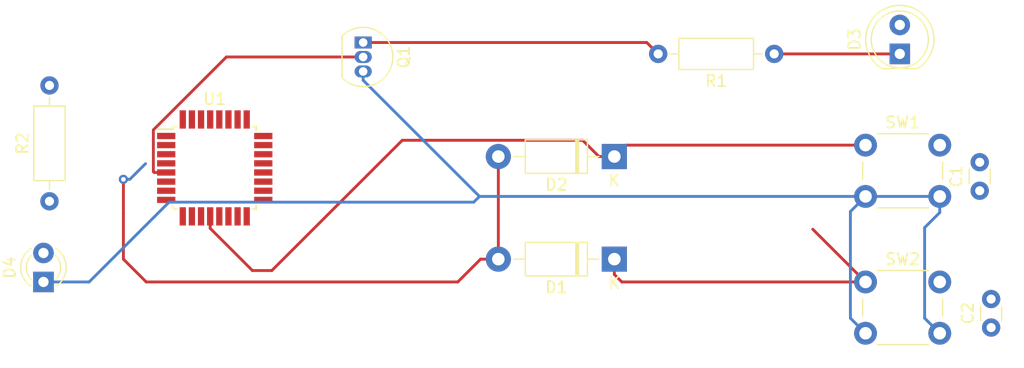
<source format=kicad_pcb>
(kicad_pcb (version 20171130) (host pcbnew "(5.0.0)")

  (general
    (thickness 1.6)
    (drawings 0)
    (tracks 49)
    (zones 0)
    (modules 12)
    (nets 29)
  )

  (page A4)
  (layers
    (0 F.Cu signal)
    (31 B.Cu signal)
    (32 B.Adhes user)
    (33 F.Adhes user)
    (34 B.Paste user)
    (35 F.Paste user)
    (36 B.SilkS user)
    (37 F.SilkS user)
    (38 B.Mask user)
    (39 F.Mask user)
    (40 Dwgs.User user)
    (41 Cmts.User user)
    (42 Eco1.User user)
    (43 Eco2.User user)
    (44 Edge.Cuts user)
    (45 Margin user)
    (46 B.CrtYd user)
    (47 F.CrtYd user)
    (48 B.Fab user)
    (49 F.Fab user)
  )

  (setup
    (last_trace_width 0.25)
    (trace_clearance 0.2)
    (zone_clearance 0.508)
    (zone_45_only no)
    (trace_min 0.2)
    (segment_width 0.2)
    (edge_width 0.15)
    (via_size 0.8)
    (via_drill 0.4)
    (via_min_size 0.4)
    (via_min_drill 0.3)
    (uvia_size 0.3)
    (uvia_drill 0.1)
    (uvias_allowed no)
    (uvia_min_size 0.2)
    (uvia_min_drill 0.1)
    (pcb_text_width 0.3)
    (pcb_text_size 1.5 1.5)
    (mod_edge_width 0.15)
    (mod_text_size 1 1)
    (mod_text_width 0.15)
    (pad_size 1.524 1.524)
    (pad_drill 0.762)
    (pad_to_mask_clearance 0.2)
    (aux_axis_origin 0 0)
    (visible_elements FFFFFF7F)
    (pcbplotparams
      (layerselection 0x010fc_ffffffff)
      (usegerberextensions false)
      (usegerberattributes false)
      (usegerberadvancedattributes false)
      (creategerberjobfile false)
      (excludeedgelayer true)
      (linewidth 0.100000)
      (plotframeref false)
      (viasonmask false)
      (mode 1)
      (useauxorigin false)
      (hpglpennumber 1)
      (hpglpenspeed 20)
      (hpglpendiameter 15.000000)
      (psnegative false)
      (psa4output false)
      (plotreference true)
      (plotvalue true)
      (plotinvisibletext false)
      (padsonsilk false)
      (subtractmaskfromsilk false)
      (outputformat 1)
      (mirror false)
      (drillshape 1)
      (scaleselection 1)
      (outputdirectory ""))
  )

  (net 0 "")
  (net 1 "Net-(D3-Pad1)")
  (net 2 "Net-(Q1-Pad1)")
  (net 3 "Net-(Q1-Pad2)")
  (net 4 GND)
  (net 5 "Net-(U1-Pad1)")
  (net 6 "Net-(U1-Pad2)")
  (net 7 "Net-(U1-Pad3)")
  (net 8 "Net-(D1-Pad2)")
  (net 9 "Net-(U1-Pad6)")
  (net 10 "Net-(U1-Pad9)")
  (net 11 "Net-(U1-Pad10)")
  (net 12 "Net-(C2-Pad2)")
  (net 13 "Net-(C1-Pad2)")
  (net 14 "Net-(U1-Pad13)")
  (net 15 "Net-(U1-Pad14)")
  (net 16 "Net-(U1-Pad15)")
  (net 17 "Net-(U1-Pad16)")
  (net 18 "Net-(U1-Pad17)")
  (net 19 "Net-(U1-Pad18)")
  (net 20 "Net-(U1-Pad23)")
  (net 21 "Net-(U1-Pad24)")
  (net 22 "Net-(U1-Pad25)")
  (net 23 "Net-(U1-Pad26)")
  (net 24 "Net-(U1-Pad27)")
  (net 25 "Net-(U1-Pad28)")
  (net 26 VCC)
  (net 27 "Net-(R2-Pad2)")
  (net 28 "Net-(D4-Pad2)")

  (net_class Default "Ceci est la Netclass par défaut."
    (clearance 0.2)
    (trace_width 0.25)
    (via_dia 0.8)
    (via_drill 0.4)
    (uvia_dia 0.3)
    (uvia_drill 0.1)
    (add_net GND)
    (add_net "Net-(C1-Pad2)")
    (add_net "Net-(C2-Pad2)")
    (add_net "Net-(D1-Pad2)")
    (add_net "Net-(D3-Pad1)")
    (add_net "Net-(D4-Pad2)")
    (add_net "Net-(Q1-Pad1)")
    (add_net "Net-(Q1-Pad2)")
    (add_net "Net-(R2-Pad2)")
    (add_net "Net-(U1-Pad1)")
    (add_net "Net-(U1-Pad10)")
    (add_net "Net-(U1-Pad13)")
    (add_net "Net-(U1-Pad14)")
    (add_net "Net-(U1-Pad15)")
    (add_net "Net-(U1-Pad16)")
    (add_net "Net-(U1-Pad17)")
    (add_net "Net-(U1-Pad18)")
    (add_net "Net-(U1-Pad2)")
    (add_net "Net-(U1-Pad23)")
    (add_net "Net-(U1-Pad24)")
    (add_net "Net-(U1-Pad25)")
    (add_net "Net-(U1-Pad26)")
    (add_net "Net-(U1-Pad27)")
    (add_net "Net-(U1-Pad28)")
    (add_net "Net-(U1-Pad3)")
    (add_net "Net-(U1-Pad6)")
    (add_net "Net-(U1-Pad9)")
    (add_net VCC)
  )

  (module LED_THT:LED_D3.0mm (layer F.Cu) (tedit 587A3A7B) (tstamp 5C14E1FB)
    (at 98 66 90)
    (descr "LED, diameter 3.0mm, 2 pins")
    (tags "LED diameter 3.0mm 2 pins")
    (path /5C087CCF)
    (fp_text reference D4 (at 1.27 -2.96 90) (layer F.SilkS)
      (effects (font (size 1 1) (thickness 0.15)))
    )
    (fp_text value LED (at 1.27 2.96 90) (layer F.Fab)
      (effects (font (size 1 1) (thickness 0.15)))
    )
    (fp_arc (start 1.27 0) (end -0.23 -1.16619) (angle 284.3) (layer F.Fab) (width 0.1))
    (fp_arc (start 1.27 0) (end -0.29 -1.235516) (angle 108.8) (layer F.SilkS) (width 0.12))
    (fp_arc (start 1.27 0) (end -0.29 1.235516) (angle -108.8) (layer F.SilkS) (width 0.12))
    (fp_arc (start 1.27 0) (end 0.229039 -1.08) (angle 87.9) (layer F.SilkS) (width 0.12))
    (fp_arc (start 1.27 0) (end 0.229039 1.08) (angle -87.9) (layer F.SilkS) (width 0.12))
    (fp_circle (center 1.27 0) (end 2.77 0) (layer F.Fab) (width 0.1))
    (fp_line (start -0.23 -1.16619) (end -0.23 1.16619) (layer F.Fab) (width 0.1))
    (fp_line (start -0.29 -1.236) (end -0.29 -1.08) (layer F.SilkS) (width 0.12))
    (fp_line (start -0.29 1.08) (end -0.29 1.236) (layer F.SilkS) (width 0.12))
    (fp_line (start -1.15 -2.25) (end -1.15 2.25) (layer F.CrtYd) (width 0.05))
    (fp_line (start -1.15 2.25) (end 3.7 2.25) (layer F.CrtYd) (width 0.05))
    (fp_line (start 3.7 2.25) (end 3.7 -2.25) (layer F.CrtYd) (width 0.05))
    (fp_line (start 3.7 -2.25) (end -1.15 -2.25) (layer F.CrtYd) (width 0.05))
    (pad 1 thru_hole rect (at 0 0 90) (size 1.8 1.8) (drill 0.9) (layers *.Cu *.Mask)
      (net 4 GND))
    (pad 2 thru_hole circle (at 2.54 0 90) (size 1.8 1.8) (drill 0.9) (layers *.Cu *.Mask)
      (net 28 "Net-(D4-Pad2)"))
    (model ${KISYS3DMOD}/LED_THT.3dshapes/LED_D3.0mm.wrl
      (at (xyz 0 0 0))
      (scale (xyz 1 1 1))
      (rotate (xyz 0 0 0))
    )
  )

  (module Resistor_THT:R_Axial_DIN0207_L6.3mm_D2.5mm_P10.16mm_Horizontal (layer F.Cu) (tedit 5AE5139B) (tstamp 5C14E138)
    (at 98.525001 58.924999 90)
    (descr "Resistor, Axial_DIN0207 series, Axial, Horizontal, pin pitch=10.16mm, 0.25W = 1/4W, length*diameter=6.3*2.5mm^2, http://cdn-reichelt.de/documents/datenblatt/B400/1_4W%23YAG.pdf")
    (tags "Resistor Axial_DIN0207 series Axial Horizontal pin pitch 10.16mm 0.25W = 1/4W length 6.3mm diameter 2.5mm")
    (path /5C087E36)
    (fp_text reference R2 (at 5.08 -2.37 90) (layer F.SilkS)
      (effects (font (size 1 1) (thickness 0.15)))
    )
    (fp_text value R (at 5.08 2.37 90) (layer F.Fab)
      (effects (font (size 1 1) (thickness 0.15)))
    )
    (fp_line (start 1.93 -1.25) (end 1.93 1.25) (layer F.Fab) (width 0.1))
    (fp_line (start 1.93 1.25) (end 8.23 1.25) (layer F.Fab) (width 0.1))
    (fp_line (start 8.23 1.25) (end 8.23 -1.25) (layer F.Fab) (width 0.1))
    (fp_line (start 8.23 -1.25) (end 1.93 -1.25) (layer F.Fab) (width 0.1))
    (fp_line (start 0 0) (end 1.93 0) (layer F.Fab) (width 0.1))
    (fp_line (start 10.16 0) (end 8.23 0) (layer F.Fab) (width 0.1))
    (fp_line (start 1.81 -1.37) (end 1.81 1.37) (layer F.SilkS) (width 0.12))
    (fp_line (start 1.81 1.37) (end 8.35 1.37) (layer F.SilkS) (width 0.12))
    (fp_line (start 8.35 1.37) (end 8.35 -1.37) (layer F.SilkS) (width 0.12))
    (fp_line (start 8.35 -1.37) (end 1.81 -1.37) (layer F.SilkS) (width 0.12))
    (fp_line (start 1.04 0) (end 1.81 0) (layer F.SilkS) (width 0.12))
    (fp_line (start 9.12 0) (end 8.35 0) (layer F.SilkS) (width 0.12))
    (fp_line (start -1.05 -1.5) (end -1.05 1.5) (layer F.CrtYd) (width 0.05))
    (fp_line (start -1.05 1.5) (end 11.21 1.5) (layer F.CrtYd) (width 0.05))
    (fp_line (start 11.21 1.5) (end 11.21 -1.5) (layer F.CrtYd) (width 0.05))
    (fp_line (start 11.21 -1.5) (end -1.05 -1.5) (layer F.CrtYd) (width 0.05))
    (fp_text user %R (at 5.08 0 90) (layer F.Fab)
      (effects (font (size 1 1) (thickness 0.15)))
    )
    (pad 1 thru_hole circle (at 0 0 90) (size 1.6 1.6) (drill 0.8) (layers *.Cu *.Mask)
      (net 28 "Net-(D4-Pad2)"))
    (pad 2 thru_hole oval (at 10.16 0 90) (size 1.6 1.6) (drill 0.8) (layers *.Cu *.Mask)
      (net 27 "Net-(R2-Pad2)"))
    (model ${KISYS3DMOD}/Resistor_THT.3dshapes/R_Axial_DIN0207_L6.3mm_D2.5mm_P10.16mm_Horizontal.wrl
      (at (xyz 0 0 0))
      (scale (xyz 1 1 1))
      (rotate (xyz 0 0 0))
    )
  )

  (module Resistor_THT:R_Axial_DIN0207_L6.3mm_D2.5mm_P10.16mm_Horizontal (layer F.Cu) (tedit 5AE5139B) (tstamp 5C14C596)
    (at 162 46 180)
    (descr "Resistor, Axial_DIN0207 series, Axial, Horizontal, pin pitch=10.16mm, 0.25W = 1/4W, length*diameter=6.3*2.5mm^2, http://cdn-reichelt.de/documents/datenblatt/B400/1_4W%23YAG.pdf")
    (tags "Resistor Axial_DIN0207 series Axial Horizontal pin pitch 10.16mm 0.25W = 1/4W length 6.3mm diameter 2.5mm")
    (path /5C084A84)
    (fp_text reference R1 (at 5.08 -2.37 180) (layer F.SilkS)
      (effects (font (size 1 1) (thickness 0.15)))
    )
    (fp_text value R (at 5.08 2.37 180) (layer F.Fab)
      (effects (font (size 1 1) (thickness 0.15)))
    )
    (fp_line (start 1.93 -1.25) (end 1.93 1.25) (layer F.Fab) (width 0.1))
    (fp_line (start 1.93 1.25) (end 8.23 1.25) (layer F.Fab) (width 0.1))
    (fp_line (start 8.23 1.25) (end 8.23 -1.25) (layer F.Fab) (width 0.1))
    (fp_line (start 8.23 -1.25) (end 1.93 -1.25) (layer F.Fab) (width 0.1))
    (fp_line (start 0 0) (end 1.93 0) (layer F.Fab) (width 0.1))
    (fp_line (start 10.16 0) (end 8.23 0) (layer F.Fab) (width 0.1))
    (fp_line (start 1.81 -1.37) (end 1.81 1.37) (layer F.SilkS) (width 0.12))
    (fp_line (start 1.81 1.37) (end 8.35 1.37) (layer F.SilkS) (width 0.12))
    (fp_line (start 8.35 1.37) (end 8.35 -1.37) (layer F.SilkS) (width 0.12))
    (fp_line (start 8.35 -1.37) (end 1.81 -1.37) (layer F.SilkS) (width 0.12))
    (fp_line (start 1.04 0) (end 1.81 0) (layer F.SilkS) (width 0.12))
    (fp_line (start 9.12 0) (end 8.35 0) (layer F.SilkS) (width 0.12))
    (fp_line (start -1.05 -1.5) (end -1.05 1.5) (layer F.CrtYd) (width 0.05))
    (fp_line (start -1.05 1.5) (end 11.21 1.5) (layer F.CrtYd) (width 0.05))
    (fp_line (start 11.21 1.5) (end 11.21 -1.5) (layer F.CrtYd) (width 0.05))
    (fp_line (start 11.21 -1.5) (end -1.05 -1.5) (layer F.CrtYd) (width 0.05))
    (fp_text user %R (at 5.08 0 180) (layer F.Fab)
      (effects (font (size 1 1) (thickness 0.15)))
    )
    (pad 1 thru_hole circle (at 0 0 180) (size 1.6 1.6) (drill 0.8) (layers *.Cu *.Mask)
      (net 1 "Net-(D3-Pad1)"))
    (pad 2 thru_hole oval (at 10.16 0 180) (size 1.6 1.6) (drill 0.8) (layers *.Cu *.Mask)
      (net 2 "Net-(Q1-Pad1)"))
    (model ${KISYS3DMOD}/Resistor_THT.3dshapes/R_Axial_DIN0207_L6.3mm_D2.5mm_P10.16mm_Horizontal.wrl
      (at (xyz 0 0 0))
      (scale (xyz 1 1 1))
      (rotate (xyz 0 0 0))
    )
  )

  (module Button_Switch_THT:SW_PUSH_6mm_H4.3mm (layer F.Cu) (tedit 5A02FE31) (tstamp 5C14A900)
    (at 170 66)
    (descr "tactile push button, 6x6mm e.g. PHAP33xx series, height=4.3mm")
    (tags "tact sw push 6mm")
    (path /5C08438E)
    (fp_text reference SW2 (at 3.25 -2) (layer F.SilkS)
      (effects (font (size 1 1) (thickness 0.15)))
    )
    (fp_text value SW_Push (at 3.75 6.7) (layer F.Fab)
      (effects (font (size 1 1) (thickness 0.15)))
    )
    (fp_circle (center 3.25 2.25) (end 1.25 2.5) (layer F.Fab) (width 0.1))
    (fp_line (start 6.75 3) (end 6.75 1.5) (layer F.SilkS) (width 0.12))
    (fp_line (start 5.5 -1) (end 1 -1) (layer F.SilkS) (width 0.12))
    (fp_line (start -0.25 1.5) (end -0.25 3) (layer F.SilkS) (width 0.12))
    (fp_line (start 1 5.5) (end 5.5 5.5) (layer F.SilkS) (width 0.12))
    (fp_line (start 8 -1.25) (end 8 5.75) (layer F.CrtYd) (width 0.05))
    (fp_line (start 7.75 6) (end -1.25 6) (layer F.CrtYd) (width 0.05))
    (fp_line (start -1.5 5.75) (end -1.5 -1.25) (layer F.CrtYd) (width 0.05))
    (fp_line (start -1.25 -1.5) (end 7.75 -1.5) (layer F.CrtYd) (width 0.05))
    (fp_line (start -1.5 6) (end -1.25 6) (layer F.CrtYd) (width 0.05))
    (fp_line (start -1.5 5.75) (end -1.5 6) (layer F.CrtYd) (width 0.05))
    (fp_line (start -1.5 -1.5) (end -1.25 -1.5) (layer F.CrtYd) (width 0.05))
    (fp_line (start -1.5 -1.25) (end -1.5 -1.5) (layer F.CrtYd) (width 0.05))
    (fp_line (start 8 -1.5) (end 8 -1.25) (layer F.CrtYd) (width 0.05))
    (fp_line (start 7.75 -1.5) (end 8 -1.5) (layer F.CrtYd) (width 0.05))
    (fp_line (start 8 6) (end 8 5.75) (layer F.CrtYd) (width 0.05))
    (fp_line (start 7.75 6) (end 8 6) (layer F.CrtYd) (width 0.05))
    (fp_line (start 0.25 -0.75) (end 3.25 -0.75) (layer F.Fab) (width 0.1))
    (fp_line (start 0.25 5.25) (end 0.25 -0.75) (layer F.Fab) (width 0.1))
    (fp_line (start 6.25 5.25) (end 0.25 5.25) (layer F.Fab) (width 0.1))
    (fp_line (start 6.25 -0.75) (end 6.25 5.25) (layer F.Fab) (width 0.1))
    (fp_line (start 3.25 -0.75) (end 6.25 -0.75) (layer F.Fab) (width 0.1))
    (fp_text user %R (at 3.25 2.25) (layer F.Fab)
      (effects (font (size 1 1) (thickness 0.15)))
    )
    (pad 1 thru_hole circle (at 6.5 0 90) (size 2 2) (drill 1.1) (layers *.Cu *.Mask)
      (net 12 "Net-(C2-Pad2)"))
    (pad 2 thru_hole circle (at 6.5 4.5 90) (size 2 2) (drill 1.1) (layers *.Cu *.Mask)
      (net 4 GND))
    (pad 1 thru_hole circle (at 0 0 90) (size 2 2) (drill 1.1) (layers *.Cu *.Mask)
      (net 12 "Net-(C2-Pad2)"))
    (pad 2 thru_hole circle (at 0 4.5 90) (size 2 2) (drill 1.1) (layers *.Cu *.Mask)
      (net 4 GND))
    (model ${KISYS3DMOD}/Button_Switch_THT.3dshapes/SW_PUSH_6mm_H4.3mm.wrl
      (at (xyz 0 0 0))
      (scale (xyz 1 1 1))
      (rotate (xyz 0 0 0))
    )
  )

  (module Button_Switch_THT:SW_PUSH_6mm_H4.3mm (layer F.Cu) (tedit 5A02FE31) (tstamp 5C14A8E1)
    (at 170 54)
    (descr "tactile push button, 6x6mm e.g. PHAP33xx series, height=4.3mm")
    (tags "tact sw push 6mm")
    (path /5C0842BE)
    (fp_text reference SW1 (at 3.25 -2) (layer F.SilkS)
      (effects (font (size 1 1) (thickness 0.15)))
    )
    (fp_text value SW_Push (at 3.75 6.7) (layer F.Fab)
      (effects (font (size 1 1) (thickness 0.15)))
    )
    (fp_text user %R (at 3.25 2.25) (layer F.Fab)
      (effects (font (size 1 1) (thickness 0.15)))
    )
    (fp_line (start 3.25 -0.75) (end 6.25 -0.75) (layer F.Fab) (width 0.1))
    (fp_line (start 6.25 -0.75) (end 6.25 5.25) (layer F.Fab) (width 0.1))
    (fp_line (start 6.25 5.25) (end 0.25 5.25) (layer F.Fab) (width 0.1))
    (fp_line (start 0.25 5.25) (end 0.25 -0.75) (layer F.Fab) (width 0.1))
    (fp_line (start 0.25 -0.75) (end 3.25 -0.75) (layer F.Fab) (width 0.1))
    (fp_line (start 7.75 6) (end 8 6) (layer F.CrtYd) (width 0.05))
    (fp_line (start 8 6) (end 8 5.75) (layer F.CrtYd) (width 0.05))
    (fp_line (start 7.75 -1.5) (end 8 -1.5) (layer F.CrtYd) (width 0.05))
    (fp_line (start 8 -1.5) (end 8 -1.25) (layer F.CrtYd) (width 0.05))
    (fp_line (start -1.5 -1.25) (end -1.5 -1.5) (layer F.CrtYd) (width 0.05))
    (fp_line (start -1.5 -1.5) (end -1.25 -1.5) (layer F.CrtYd) (width 0.05))
    (fp_line (start -1.5 5.75) (end -1.5 6) (layer F.CrtYd) (width 0.05))
    (fp_line (start -1.5 6) (end -1.25 6) (layer F.CrtYd) (width 0.05))
    (fp_line (start -1.25 -1.5) (end 7.75 -1.5) (layer F.CrtYd) (width 0.05))
    (fp_line (start -1.5 5.75) (end -1.5 -1.25) (layer F.CrtYd) (width 0.05))
    (fp_line (start 7.75 6) (end -1.25 6) (layer F.CrtYd) (width 0.05))
    (fp_line (start 8 -1.25) (end 8 5.75) (layer F.CrtYd) (width 0.05))
    (fp_line (start 1 5.5) (end 5.5 5.5) (layer F.SilkS) (width 0.12))
    (fp_line (start -0.25 1.5) (end -0.25 3) (layer F.SilkS) (width 0.12))
    (fp_line (start 5.5 -1) (end 1 -1) (layer F.SilkS) (width 0.12))
    (fp_line (start 6.75 3) (end 6.75 1.5) (layer F.SilkS) (width 0.12))
    (fp_circle (center 3.25 2.25) (end 1.25 2.5) (layer F.Fab) (width 0.1))
    (pad 2 thru_hole circle (at 0 4.5 90) (size 2 2) (drill 1.1) (layers *.Cu *.Mask)
      (net 4 GND))
    (pad 1 thru_hole circle (at 0 0 90) (size 2 2) (drill 1.1) (layers *.Cu *.Mask)
      (net 13 "Net-(C1-Pad2)"))
    (pad 2 thru_hole circle (at 6.5 4.5 90) (size 2 2) (drill 1.1) (layers *.Cu *.Mask)
      (net 4 GND))
    (pad 1 thru_hole circle (at 6.5 0 90) (size 2 2) (drill 1.1) (layers *.Cu *.Mask)
      (net 13 "Net-(C1-Pad2)"))
    (model ${KISYS3DMOD}/Button_Switch_THT.3dshapes/SW_PUSH_6mm_H4.3mm.wrl
      (at (xyz 0 0 0))
      (scale (xyz 1 1 1))
      (rotate (xyz 0 0 0))
    )
  )

  (module Capacitor_THT:C_Disc_D3.0mm_W1.6mm_P2.50mm (layer F.Cu) (tedit 5AE50EF0) (tstamp 5C14A8C2)
    (at 181 70 90)
    (descr "C, Disc series, Radial, pin pitch=2.50mm, , diameter*width=3.0*1.6mm^2, Capacitor, http://www.vishay.com/docs/45233/krseries.pdf")
    (tags "C Disc series Radial pin pitch 2.50mm  diameter 3.0mm width 1.6mm Capacitor")
    (path /5C084CB9)
    (fp_text reference C2 (at 1.25 -2.05 90) (layer F.SilkS)
      (effects (font (size 1 1) (thickness 0.15)))
    )
    (fp_text value C (at 1.25 2.05 90) (layer F.Fab)
      (effects (font (size 1 1) (thickness 0.15)))
    )
    (fp_text user %R (at 1.25 0 90) (layer F.Fab)
      (effects (font (size 0.6 0.6) (thickness 0.09)))
    )
    (fp_line (start 3.55 -1.05) (end -1.05 -1.05) (layer F.CrtYd) (width 0.05))
    (fp_line (start 3.55 1.05) (end 3.55 -1.05) (layer F.CrtYd) (width 0.05))
    (fp_line (start -1.05 1.05) (end 3.55 1.05) (layer F.CrtYd) (width 0.05))
    (fp_line (start -1.05 -1.05) (end -1.05 1.05) (layer F.CrtYd) (width 0.05))
    (fp_line (start 0.621 0.92) (end 1.879 0.92) (layer F.SilkS) (width 0.12))
    (fp_line (start 0.621 -0.92) (end 1.879 -0.92) (layer F.SilkS) (width 0.12))
    (fp_line (start 2.75 -0.8) (end -0.25 -0.8) (layer F.Fab) (width 0.1))
    (fp_line (start 2.75 0.8) (end 2.75 -0.8) (layer F.Fab) (width 0.1))
    (fp_line (start -0.25 0.8) (end 2.75 0.8) (layer F.Fab) (width 0.1))
    (fp_line (start -0.25 -0.8) (end -0.25 0.8) (layer F.Fab) (width 0.1))
    (pad 2 thru_hole circle (at 2.5 0 90) (size 1.6 1.6) (drill 0.8) (layers *.Cu *.Mask)
      (net 12 "Net-(C2-Pad2)"))
    (pad 1 thru_hole circle (at 0 0 90) (size 1.6 1.6) (drill 0.8) (layers *.Cu *.Mask)
      (net 4 GND))
    (model ${KISYS3DMOD}/Capacitor_THT.3dshapes/C_Disc_D3.0mm_W1.6mm_P2.50mm.wrl
      (at (xyz 0 0 0))
      (scale (xyz 1 1 1))
      (rotate (xyz 0 0 0))
    )
  )

  (module Capacitor_THT:C_Disc_D3.0mm_W1.6mm_P2.50mm (layer F.Cu) (tedit 5AE50EF0) (tstamp 5C14A8B1)
    (at 180 58 90)
    (descr "C, Disc series, Radial, pin pitch=2.50mm, , diameter*width=3.0*1.6mm^2, Capacitor, http://www.vishay.com/docs/45233/krseries.pdf")
    (tags "C Disc series Radial pin pitch 2.50mm  diameter 3.0mm width 1.6mm Capacitor")
    (path /5C084DF9)
    (fp_text reference C1 (at 1.25 -2.05 90) (layer F.SilkS)
      (effects (font (size 1 1) (thickness 0.15)))
    )
    (fp_text value C (at 1.25 2.05 90) (layer F.Fab)
      (effects (font (size 1 1) (thickness 0.15)))
    )
    (fp_line (start -0.25 -0.8) (end -0.25 0.8) (layer F.Fab) (width 0.1))
    (fp_line (start -0.25 0.8) (end 2.75 0.8) (layer F.Fab) (width 0.1))
    (fp_line (start 2.75 0.8) (end 2.75 -0.8) (layer F.Fab) (width 0.1))
    (fp_line (start 2.75 -0.8) (end -0.25 -0.8) (layer F.Fab) (width 0.1))
    (fp_line (start 0.621 -0.92) (end 1.879 -0.92) (layer F.SilkS) (width 0.12))
    (fp_line (start 0.621 0.92) (end 1.879 0.92) (layer F.SilkS) (width 0.12))
    (fp_line (start -1.05 -1.05) (end -1.05 1.05) (layer F.CrtYd) (width 0.05))
    (fp_line (start -1.05 1.05) (end 3.55 1.05) (layer F.CrtYd) (width 0.05))
    (fp_line (start 3.55 1.05) (end 3.55 -1.05) (layer F.CrtYd) (width 0.05))
    (fp_line (start 3.55 -1.05) (end -1.05 -1.05) (layer F.CrtYd) (width 0.05))
    (fp_text user %R (at 1.25 0 90) (layer F.Fab)
      (effects (font (size 0.6 0.6) (thickness 0.09)))
    )
    (pad 1 thru_hole circle (at 0 0 90) (size 1.6 1.6) (drill 0.8) (layers *.Cu *.Mask)
      (net 4 GND))
    (pad 2 thru_hole circle (at 2.5 0 90) (size 1.6 1.6) (drill 0.8) (layers *.Cu *.Mask)
      (net 13 "Net-(C1-Pad2)"))
    (model ${KISYS3DMOD}/Capacitor_THT.3dshapes/C_Disc_D3.0mm_W1.6mm_P2.50mm.wrl
      (at (xyz 0 0 0))
      (scale (xyz 1 1 1))
      (rotate (xyz 0 0 0))
    )
  )

  (module Diode_THT:D_DO-41_SOD81_P10.16mm_Horizontal (layer F.Cu) (tedit 5AE50CD5) (tstamp 5C14A8A0)
    (at 148 55 180)
    (descr "Diode, DO-41_SOD81 series, Axial, Horizontal, pin pitch=10.16mm, , length*diameter=5.2*2.7mm^2, , http://www.diodes.com/_files/packages/DO-41%20(Plastic).pdf")
    (tags "Diode DO-41_SOD81 series Axial Horizontal pin pitch 10.16mm  length 5.2mm diameter 2.7mm")
    (path /5C084646)
    (fp_text reference D2 (at 5.08 -2.47 180) (layer F.SilkS)
      (effects (font (size 1 1) (thickness 0.15)))
    )
    (fp_text value 1N4004 (at 5.08 2.47 180) (layer F.Fab)
      (effects (font (size 1 1) (thickness 0.15)))
    )
    (fp_text user K (at 0 -2.1 180) (layer F.SilkS)
      (effects (font (size 1 1) (thickness 0.15)))
    )
    (fp_text user K (at 0 -2.1 180) (layer F.Fab)
      (effects (font (size 1 1) (thickness 0.15)))
    )
    (fp_text user %R (at 5.47 0 180) (layer F.Fab)
      (effects (font (size 1 1) (thickness 0.15)))
    )
    (fp_line (start 11.51 -1.6) (end -1.35 -1.6) (layer F.CrtYd) (width 0.05))
    (fp_line (start 11.51 1.6) (end 11.51 -1.6) (layer F.CrtYd) (width 0.05))
    (fp_line (start -1.35 1.6) (end 11.51 1.6) (layer F.CrtYd) (width 0.05))
    (fp_line (start -1.35 -1.6) (end -1.35 1.6) (layer F.CrtYd) (width 0.05))
    (fp_line (start 3.14 -1.47) (end 3.14 1.47) (layer F.SilkS) (width 0.12))
    (fp_line (start 3.38 -1.47) (end 3.38 1.47) (layer F.SilkS) (width 0.12))
    (fp_line (start 3.26 -1.47) (end 3.26 1.47) (layer F.SilkS) (width 0.12))
    (fp_line (start 8.82 0) (end 7.8 0) (layer F.SilkS) (width 0.12))
    (fp_line (start 1.34 0) (end 2.36 0) (layer F.SilkS) (width 0.12))
    (fp_line (start 7.8 -1.47) (end 2.36 -1.47) (layer F.SilkS) (width 0.12))
    (fp_line (start 7.8 1.47) (end 7.8 -1.47) (layer F.SilkS) (width 0.12))
    (fp_line (start 2.36 1.47) (end 7.8 1.47) (layer F.SilkS) (width 0.12))
    (fp_line (start 2.36 -1.47) (end 2.36 1.47) (layer F.SilkS) (width 0.12))
    (fp_line (start 3.16 -1.35) (end 3.16 1.35) (layer F.Fab) (width 0.1))
    (fp_line (start 3.36 -1.35) (end 3.36 1.35) (layer F.Fab) (width 0.1))
    (fp_line (start 3.26 -1.35) (end 3.26 1.35) (layer F.Fab) (width 0.1))
    (fp_line (start 10.16 0) (end 7.68 0) (layer F.Fab) (width 0.1))
    (fp_line (start 0 0) (end 2.48 0) (layer F.Fab) (width 0.1))
    (fp_line (start 7.68 -1.35) (end 2.48 -1.35) (layer F.Fab) (width 0.1))
    (fp_line (start 7.68 1.35) (end 7.68 -1.35) (layer F.Fab) (width 0.1))
    (fp_line (start 2.48 1.35) (end 7.68 1.35) (layer F.Fab) (width 0.1))
    (fp_line (start 2.48 -1.35) (end 2.48 1.35) (layer F.Fab) (width 0.1))
    (pad 2 thru_hole oval (at 10.16 0 180) (size 2.2 2.2) (drill 1.1) (layers *.Cu *.Mask)
      (net 8 "Net-(D1-Pad2)"))
    (pad 1 thru_hole rect (at 0 0 180) (size 2.2 2.2) (drill 1.1) (layers *.Cu *.Mask)
      (net 13 "Net-(C1-Pad2)"))
    (model ${KISYS3DMOD}/Diode_THT.3dshapes/D_DO-41_SOD81_P10.16mm_Horizontal.wrl
      (at (xyz 0 0 0))
      (scale (xyz 1 1 1))
      (rotate (xyz 0 0 0))
    )
  )

  (module Diode_THT:D_DO-41_SOD81_P10.16mm_Horizontal (layer F.Cu) (tedit 5AE50CD5) (tstamp 5C14A881)
    (at 148 64 180)
    (descr "Diode, DO-41_SOD81 series, Axial, Horizontal, pin pitch=10.16mm, , length*diameter=5.2*2.7mm^2, , http://www.diodes.com/_files/packages/DO-41%20(Plastic).pdf")
    (tags "Diode DO-41_SOD81 series Axial Horizontal pin pitch 10.16mm  length 5.2mm diameter 2.7mm")
    (path /5C0844BC)
    (fp_text reference D1 (at 5.08 -2.47 180) (layer F.SilkS)
      (effects (font (size 1 1) (thickness 0.15)))
    )
    (fp_text value 1N4004 (at 5.08 2.47 180) (layer F.Fab)
      (effects (font (size 1 1) (thickness 0.15)))
    )
    (fp_line (start 2.48 -1.35) (end 2.48 1.35) (layer F.Fab) (width 0.1))
    (fp_line (start 2.48 1.35) (end 7.68 1.35) (layer F.Fab) (width 0.1))
    (fp_line (start 7.68 1.35) (end 7.68 -1.35) (layer F.Fab) (width 0.1))
    (fp_line (start 7.68 -1.35) (end 2.48 -1.35) (layer F.Fab) (width 0.1))
    (fp_line (start 0 0) (end 2.48 0) (layer F.Fab) (width 0.1))
    (fp_line (start 10.16 0) (end 7.68 0) (layer F.Fab) (width 0.1))
    (fp_line (start 3.26 -1.35) (end 3.26 1.35) (layer F.Fab) (width 0.1))
    (fp_line (start 3.36 -1.35) (end 3.36 1.35) (layer F.Fab) (width 0.1))
    (fp_line (start 3.16 -1.35) (end 3.16 1.35) (layer F.Fab) (width 0.1))
    (fp_line (start 2.36 -1.47) (end 2.36 1.47) (layer F.SilkS) (width 0.12))
    (fp_line (start 2.36 1.47) (end 7.8 1.47) (layer F.SilkS) (width 0.12))
    (fp_line (start 7.8 1.47) (end 7.8 -1.47) (layer F.SilkS) (width 0.12))
    (fp_line (start 7.8 -1.47) (end 2.36 -1.47) (layer F.SilkS) (width 0.12))
    (fp_line (start 1.34 0) (end 2.36 0) (layer F.SilkS) (width 0.12))
    (fp_line (start 8.82 0) (end 7.8 0) (layer F.SilkS) (width 0.12))
    (fp_line (start 3.26 -1.47) (end 3.26 1.47) (layer F.SilkS) (width 0.12))
    (fp_line (start 3.38 -1.47) (end 3.38 1.47) (layer F.SilkS) (width 0.12))
    (fp_line (start 3.14 -1.47) (end 3.14 1.47) (layer F.SilkS) (width 0.12))
    (fp_line (start -1.35 -1.6) (end -1.35 1.6) (layer F.CrtYd) (width 0.05))
    (fp_line (start -1.35 1.6) (end 11.51 1.6) (layer F.CrtYd) (width 0.05))
    (fp_line (start 11.51 1.6) (end 11.51 -1.6) (layer F.CrtYd) (width 0.05))
    (fp_line (start 11.51 -1.6) (end -1.35 -1.6) (layer F.CrtYd) (width 0.05))
    (fp_text user %R (at 5.47 0 180) (layer F.Fab)
      (effects (font (size 1 1) (thickness 0.15)))
    )
    (fp_text user K (at 0 -2.1 180) (layer F.Fab)
      (effects (font (size 1 1) (thickness 0.15)))
    )
    (fp_text user K (at 0 -2.1 180) (layer F.SilkS)
      (effects (font (size 1 1) (thickness 0.15)))
    )
    (pad 1 thru_hole rect (at 0 0 180) (size 2.2 2.2) (drill 1.1) (layers *.Cu *.Mask)
      (net 12 "Net-(C2-Pad2)"))
    (pad 2 thru_hole oval (at 10.16 0 180) (size 2.2 2.2) (drill 1.1) (layers *.Cu *.Mask)
      (net 8 "Net-(D1-Pad2)"))
    (model ${KISYS3DMOD}/Diode_THT.3dshapes/D_DO-41_SOD81_P10.16mm_Horizontal.wrl
      (at (xyz 0 0 0))
      (scale (xyz 1 1 1))
      (rotate (xyz 0 0 0))
    )
  )

  (module LED_THT:LED_D5.0mm_IRGrey (layer F.Cu) (tedit 5A6C9BB8) (tstamp 5C14A862)
    (at 173 46 90)
    (descr "LED, diameter 5.0mm, 2 pins, http://cdn-reichelt.de/documents/datenblatt/A500/LL-504BC2E-009.pdf")
    (tags "LED diameter 5.0mm 2 pins")
    (path /5C0848F2)
    (fp_text reference D3 (at 1.27 -3.96 90) (layer F.SilkS)
      (effects (font (size 1 1) (thickness 0.15)))
    )
    (fp_text value SFH4546 (at 1.27 3.96 90) (layer F.Fab)
      (effects (font (size 1 1) (thickness 0.15)))
    )
    (fp_text user %R (at 1.25 0 90) (layer F.Fab)
      (effects (font (size 0.8 0.8) (thickness 0.2)))
    )
    (fp_line (start -1.23 -1.469694) (end -1.23 1.469694) (layer F.Fab) (width 0.1))
    (fp_line (start -1.29 -1.545) (end -1.29 1.545) (layer F.SilkS) (width 0.12))
    (fp_line (start -1.95 -3.25) (end -1.95 3.25) (layer F.CrtYd) (width 0.05))
    (fp_line (start -1.95 3.25) (end 4.5 3.25) (layer F.CrtYd) (width 0.05))
    (fp_line (start 4.5 3.25) (end 4.5 -3.25) (layer F.CrtYd) (width 0.05))
    (fp_line (start 4.5 -3.25) (end -1.95 -3.25) (layer F.CrtYd) (width 0.05))
    (fp_circle (center 1.27 0) (end 3.77 0) (layer F.Fab) (width 0.1))
    (fp_circle (center 1.27 0) (end 3.77 0) (layer F.SilkS) (width 0.12))
    (fp_arc (start 1.27 0) (end -1.23 -1.469694) (angle 299.1) (layer F.Fab) (width 0.1))
    (fp_arc (start 1.27 0) (end -1.29 -1.54483) (angle 148.9) (layer F.SilkS) (width 0.12))
    (fp_arc (start 1.27 0) (end -1.29 1.54483) (angle -148.9) (layer F.SilkS) (width 0.12))
    (pad 1 thru_hole rect (at 0 0 90) (size 1.8 1.8) (drill 0.9) (layers *.Cu *.Mask)
      (net 1 "Net-(D3-Pad1)"))
    (pad 2 thru_hole circle (at 2.54 0 90) (size 1.8 1.8) (drill 0.9) (layers *.Cu *.Mask)
      (net 26 VCC))
    (model ${KISYS3DMOD}/LED_THT.3dshapes/LED_D5.0mm_IRGrey.wrl
      (at (xyz 0 0 0))
      (scale (xyz 1 1 1))
      (rotate (xyz 0 0 0))
    )
  )

  (module Package_QFP:TQFP-32_7x7mm_P0.8mm (layer F.Cu) (tedit 5A02F146) (tstamp 5C14A850)
    (at 113 56)
    (descr "32-Lead Plastic Thin Quad Flatpack (PT) - 7x7x1.0 mm Body, 2.00 mm [TQFP] (see Microchip Packaging Specification 00000049BS.pdf)")
    (tags "QFP 0.8")
    (path /5C084046)
    (attr smd)
    (fp_text reference U1 (at 0 -6.05) (layer F.SilkS)
      (effects (font (size 1 1) (thickness 0.15)))
    )
    (fp_text value ATmega328P-PU (at 0 6.05) (layer F.Fab)
      (effects (font (size 1 1) (thickness 0.15)))
    )
    (fp_text user %R (at 0 0) (layer F.Fab)
      (effects (font (size 1 1) (thickness 0.15)))
    )
    (fp_line (start -2.5 -3.5) (end 3.5 -3.5) (layer F.Fab) (width 0.15))
    (fp_line (start 3.5 -3.5) (end 3.5 3.5) (layer F.Fab) (width 0.15))
    (fp_line (start 3.5 3.5) (end -3.5 3.5) (layer F.Fab) (width 0.15))
    (fp_line (start -3.5 3.5) (end -3.5 -2.5) (layer F.Fab) (width 0.15))
    (fp_line (start -3.5 -2.5) (end -2.5 -3.5) (layer F.Fab) (width 0.15))
    (fp_line (start -5.3 -5.3) (end -5.3 5.3) (layer F.CrtYd) (width 0.05))
    (fp_line (start 5.3 -5.3) (end 5.3 5.3) (layer F.CrtYd) (width 0.05))
    (fp_line (start -5.3 -5.3) (end 5.3 -5.3) (layer F.CrtYd) (width 0.05))
    (fp_line (start -5.3 5.3) (end 5.3 5.3) (layer F.CrtYd) (width 0.05))
    (fp_line (start -3.625 -3.625) (end -3.625 -3.4) (layer F.SilkS) (width 0.15))
    (fp_line (start 3.625 -3.625) (end 3.625 -3.3) (layer F.SilkS) (width 0.15))
    (fp_line (start 3.625 3.625) (end 3.625 3.3) (layer F.SilkS) (width 0.15))
    (fp_line (start -3.625 3.625) (end -3.625 3.3) (layer F.SilkS) (width 0.15))
    (fp_line (start -3.625 -3.625) (end -3.3 -3.625) (layer F.SilkS) (width 0.15))
    (fp_line (start -3.625 3.625) (end -3.3 3.625) (layer F.SilkS) (width 0.15))
    (fp_line (start 3.625 3.625) (end 3.3 3.625) (layer F.SilkS) (width 0.15))
    (fp_line (start 3.625 -3.625) (end 3.3 -3.625) (layer F.SilkS) (width 0.15))
    (fp_line (start -3.625 -3.4) (end -5.05 -3.4) (layer F.SilkS) (width 0.15))
    (pad 1 smd rect (at -4.25 -2.8) (size 1.6 0.55) (layers F.Cu F.Paste F.Mask)
      (net 5 "Net-(U1-Pad1)"))
    (pad 2 smd rect (at -4.25 -2) (size 1.6 0.55) (layers F.Cu F.Paste F.Mask)
      (net 6 "Net-(U1-Pad2)"))
    (pad 3 smd rect (at -4.25 -1.2) (size 1.6 0.55) (layers F.Cu F.Paste F.Mask)
      (net 7 "Net-(U1-Pad3)"))
    (pad 4 smd rect (at -4.25 -0.4) (size 1.6 0.55) (layers F.Cu F.Paste F.Mask)
      (net 8 "Net-(D1-Pad2)"))
    (pad 5 smd rect (at -4.25 0.4) (size 1.6 0.55) (layers F.Cu F.Paste F.Mask)
      (net 3 "Net-(Q1-Pad2)"))
    (pad 6 smd rect (at -4.25 1.2) (size 1.6 0.55) (layers F.Cu F.Paste F.Mask)
      (net 9 "Net-(U1-Pad6)"))
    (pad 7 smd rect (at -4.25 2) (size 1.6 0.55) (layers F.Cu F.Paste F.Mask)
      (net 26 VCC))
    (pad 8 smd rect (at -4.25 2.8) (size 1.6 0.55) (layers F.Cu F.Paste F.Mask)
      (net 4 GND))
    (pad 9 smd rect (at -2.8 4.25 90) (size 1.6 0.55) (layers F.Cu F.Paste F.Mask)
      (net 10 "Net-(U1-Pad9)"))
    (pad 10 smd rect (at -2 4.25 90) (size 1.6 0.55) (layers F.Cu F.Paste F.Mask)
      (net 11 "Net-(U1-Pad10)"))
    (pad 11 smd rect (at -1.2 4.25 90) (size 1.6 0.55) (layers F.Cu F.Paste F.Mask)
      (net 12 "Net-(C2-Pad2)"))
    (pad 12 smd rect (at -0.4 4.25 90) (size 1.6 0.55) (layers F.Cu F.Paste F.Mask)
      (net 13 "Net-(C1-Pad2)"))
    (pad 13 smd rect (at 0.4 4.25 90) (size 1.6 0.55) (layers F.Cu F.Paste F.Mask)
      (net 14 "Net-(U1-Pad13)"))
    (pad 14 smd rect (at 1.2 4.25 90) (size 1.6 0.55) (layers F.Cu F.Paste F.Mask)
      (net 15 "Net-(U1-Pad14)"))
    (pad 15 smd rect (at 2 4.25 90) (size 1.6 0.55) (layers F.Cu F.Paste F.Mask)
      (net 16 "Net-(U1-Pad15)"))
    (pad 16 smd rect (at 2.8 4.25 90) (size 1.6 0.55) (layers F.Cu F.Paste F.Mask)
      (net 17 "Net-(U1-Pad16)"))
    (pad 17 smd rect (at 4.25 2.8) (size 1.6 0.55) (layers F.Cu F.Paste F.Mask)
      (net 18 "Net-(U1-Pad17)"))
    (pad 18 smd rect (at 4.25 2) (size 1.6 0.55) (layers F.Cu F.Paste F.Mask)
      (net 19 "Net-(U1-Pad18)"))
    (pad 19 smd rect (at 4.25 1.2) (size 1.6 0.55) (layers F.Cu F.Paste F.Mask)
      (net 27 "Net-(R2-Pad2)"))
    (pad 20 smd rect (at 4.25 0.4) (size 1.6 0.55) (layers F.Cu F.Paste F.Mask)
      (net 26 VCC))
    (pad 21 smd rect (at 4.25 -0.4) (size 1.6 0.55) (layers F.Cu F.Paste F.Mask)
      (net 26 VCC))
    (pad 22 smd rect (at 4.25 -1.2) (size 1.6 0.55) (layers F.Cu F.Paste F.Mask)
      (net 4 GND))
    (pad 23 smd rect (at 4.25 -2) (size 1.6 0.55) (layers F.Cu F.Paste F.Mask)
      (net 20 "Net-(U1-Pad23)"))
    (pad 24 smd rect (at 4.25 -2.8) (size 1.6 0.55) (layers F.Cu F.Paste F.Mask)
      (net 21 "Net-(U1-Pad24)"))
    (pad 25 smd rect (at 2.8 -4.25 90) (size 1.6 0.55) (layers F.Cu F.Paste F.Mask)
      (net 22 "Net-(U1-Pad25)"))
    (pad 26 smd rect (at 2 -4.25 90) (size 1.6 0.55) (layers F.Cu F.Paste F.Mask)
      (net 23 "Net-(U1-Pad26)"))
    (pad 27 smd rect (at 1.2 -4.25 90) (size 1.6 0.55) (layers F.Cu F.Paste F.Mask)
      (net 24 "Net-(U1-Pad27)"))
    (pad 28 smd rect (at 0.4 -4.25 90) (size 1.6 0.55) (layers F.Cu F.Paste F.Mask)
      (net 25 "Net-(U1-Pad28)"))
    (pad 29 smd rect (at -0.4 -4.25 90) (size 1.6 0.55) (layers F.Cu F.Paste F.Mask))
    (pad 30 smd rect (at -1.2 -4.25 90) (size 1.6 0.55) (layers F.Cu F.Paste F.Mask))
    (pad 31 smd rect (at -2 -4.25 90) (size 1.6 0.55) (layers F.Cu F.Paste F.Mask))
    (pad 32 smd rect (at -2.8 -4.25 90) (size 1.6 0.55) (layers F.Cu F.Paste F.Mask))
    (model ${KISYS3DMOD}/Package_QFP.3dshapes/TQFP-32_7x7mm_P0.8mm.wrl
      (at (xyz 0 0 0))
      (scale (xyz 1 1 1))
      (rotate (xyz 0 0 0))
    )
  )

  (module Package_TO_SOT_THT:TO-92_Inline (layer F.Cu) (tedit 5A1DD157) (tstamp 5C14A819)
    (at 126 45 270)
    (descr "TO-92 leads in-line, narrow, oval pads, drill 0.75mm (see NXP sot054_po.pdf)")
    (tags "to-92 sc-43 sc-43a sot54 PA33 transistor")
    (path /5C08414A)
    (fp_text reference Q1 (at 1.27 -3.56 270) (layer F.SilkS)
      (effects (font (size 1 1) (thickness 0.15)))
    )
    (fp_text value BS170 (at 1.27 2.79 270) (layer F.Fab)
      (effects (font (size 1 1) (thickness 0.15)))
    )
    (fp_text user %R (at 1.27 -3.56 270) (layer F.Fab)
      (effects (font (size 1 1) (thickness 0.15)))
    )
    (fp_line (start -0.53 1.85) (end 3.07 1.85) (layer F.SilkS) (width 0.12))
    (fp_line (start -0.5 1.75) (end 3 1.75) (layer F.Fab) (width 0.1))
    (fp_line (start -1.46 -2.73) (end 4 -2.73) (layer F.CrtYd) (width 0.05))
    (fp_line (start -1.46 -2.73) (end -1.46 2.01) (layer F.CrtYd) (width 0.05))
    (fp_line (start 4 2.01) (end 4 -2.73) (layer F.CrtYd) (width 0.05))
    (fp_line (start 4 2.01) (end -1.46 2.01) (layer F.CrtYd) (width 0.05))
    (fp_arc (start 1.27 0) (end 1.27 -2.48) (angle 135) (layer F.Fab) (width 0.1))
    (fp_arc (start 1.27 0) (end 1.27 -2.6) (angle -135) (layer F.SilkS) (width 0.12))
    (fp_arc (start 1.27 0) (end 1.27 -2.48) (angle -135) (layer F.Fab) (width 0.1))
    (fp_arc (start 1.27 0) (end 1.27 -2.6) (angle 135) (layer F.SilkS) (width 0.12))
    (pad 2 thru_hole oval (at 1.27 0 270) (size 1.05 1.5) (drill 0.75) (layers *.Cu *.Mask)
      (net 3 "Net-(Q1-Pad2)"))
    (pad 3 thru_hole oval (at 2.54 0 270) (size 1.05 1.5) (drill 0.75) (layers *.Cu *.Mask)
      (net 4 GND))
    (pad 1 thru_hole rect (at 0 0 270) (size 1.05 1.5) (drill 0.75) (layers *.Cu *.Mask)
      (net 2 "Net-(Q1-Pad1)"))
    (model ${KISYS3DMOD}/Package_TO_SOT_THT.3dshapes/TO-92_Inline.wrl
      (at (xyz 0 0 0))
      (scale (xyz 1 1 1))
      (rotate (xyz 0 0 0))
    )
  )

  (segment (start 173 46) (end 162 46) (width 0.25) (layer F.Cu) (net 1))
  (segment (start 150.84 45) (end 126 45) (width 0.25) (layer F.Cu) (net 2))
  (segment (start 151.84 46) (end 150.84 45) (width 0.25) (layer F.Cu) (net 2))
  (segment (start 107.7 56.4) (end 108.75 56.4) (width 0.25) (layer F.Cu) (net 3))
  (segment (start 107.624999 56.324999) (end 107.7 56.4) (width 0.25) (layer F.Cu) (net 3))
  (segment (start 107.624999 52.664999) (end 107.624999 56.324999) (width 0.25) (layer F.Cu) (net 3))
  (segment (start 114.019998 46.27) (end 107.624999 52.664999) (width 0.25) (layer F.Cu) (net 3))
  (segment (start 126 46.27) (end 114.019998 46.27) (width 0.25) (layer F.Cu) (net 3))
  (segment (start 175.500001 69.500001) (end 176.5 70.5) (width 0.25) (layer B.Cu) (net 4))
  (segment (start 175.174999 69.174999) (end 175.500001 69.500001) (width 0.25) (layer B.Cu) (net 4))
  (segment (start 175.174999 61.239214) (end 175.174999 69.174999) (width 0.25) (layer B.Cu) (net 4))
  (segment (start 176.5 59.914213) (end 175.174999 61.239214) (width 0.25) (layer B.Cu) (net 4))
  (segment (start 176.5 58.5) (end 176.5 59.914213) (width 0.25) (layer B.Cu) (net 4))
  (segment (start 169.000001 69.500001) (end 170 70.5) (width 0.25) (layer B.Cu) (net 4))
  (segment (start 168.674999 69.174999) (end 169.000001 69.500001) (width 0.25) (layer B.Cu) (net 4))
  (segment (start 168.674999 59.825001) (end 168.674999 69.174999) (width 0.25) (layer B.Cu) (net 4))
  (segment (start 170 58.5) (end 168.674999 59.825001) (width 0.25) (layer B.Cu) (net 4))
  (segment (start 126 48.315) (end 126 47.54) (width 0.25) (layer B.Cu) (net 4))
  (segment (start 136.185 58.5) (end 126 48.315) (width 0.25) (layer B.Cu) (net 4))
  (segment (start 176.5 58.5) (end 136.185 58.5) (width 0.25) (layer B.Cu) (net 4))
  (segment (start 98 66) (end 102 66) (width 0.25) (layer B.Cu) (net 4))
  (segment (start 102 66) (end 109 59) (width 0.25) (layer B.Cu) (net 4))
  (segment (start 135.685 59) (end 136.185 58.5) (width 0.25) (layer B.Cu) (net 4))
  (segment (start 109 59) (end 135.685 59) (width 0.25) (layer B.Cu) (net 4))
  (segment (start 137.84 55) (end 137.84 64) (width 0.25) (layer F.Cu) (net 8))
  (segment (start 136.284366 64) (end 134.284366 66) (width 0.25) (layer F.Cu) (net 8))
  (segment (start 137.84 64) (end 136.284366 64) (width 0.25) (layer F.Cu) (net 8))
  (segment (start 134.284366 66) (end 107 66) (width 0.25) (layer F.Cu) (net 8))
  (segment (start 107 66) (end 105 64) (width 0.25) (layer F.Cu) (net 8))
  (segment (start 105 64) (end 105 60) (width 0.25) (layer F.Cu) (net 8))
  (segment (start 105 60) (end 105 57) (width 0.25) (layer F.Cu) (net 8))
  (segment (start 105 57) (end 105 57) (width 0.25) (layer F.Cu) (net 8) (tstamp 5C14EBF9))
  (via (at 105 57) (size 0.8) (drill 0.4) (layers F.Cu B.Cu) (net 8))
  (segment (start 105.565685 57) (end 106.939685 55.626) (width 0.25) (layer B.Cu) (net 8))
  (segment (start 105 57) (end 105.565685 57) (width 0.25) (layer B.Cu) (net 8))
  (segment (start 170 66) (end 165.375001 61.375001) (width 0.25) (layer F.Cu) (net 12))
  (segment (start 168.585787 66) (end 170 66) (width 0.25) (layer F.Cu) (net 12))
  (segment (start 148.65 66) (end 168.585787 66) (width 0.25) (layer F.Cu) (net 12))
  (segment (start 148 65.35) (end 148.65 66) (width 0.25) (layer F.Cu) (net 12))
  (segment (start 148 64) (end 148 65.35) (width 0.25) (layer F.Cu) (net 12))
  (segment (start 149 54) (end 148 55) (width 0.25) (layer F.Cu) (net 13))
  (segment (start 170 54) (end 149 54) (width 0.25) (layer F.Cu) (net 13))
  (segment (start 145.224999 53.574999) (end 129.425001 53.574999) (width 0.25) (layer F.Cu) (net 13))
  (segment (start 148 55) (end 146.65 55) (width 0.25) (layer F.Cu) (net 13))
  (segment (start 146.65 55) (end 145.224999 53.574999) (width 0.25) (layer F.Cu) (net 13))
  (segment (start 129.425001 53.574999) (end 118 65) (width 0.25) (layer F.Cu) (net 13))
  (segment (start 112.6 61.3) (end 112.6 60.25) (width 0.25) (layer F.Cu) (net 13))
  (segment (start 116.3 65) (end 112.6 61.3) (width 0.25) (layer F.Cu) (net 13))
  (segment (start 118 65) (end 116.3 65) (width 0.25) (layer F.Cu) (net 13))

)

</source>
